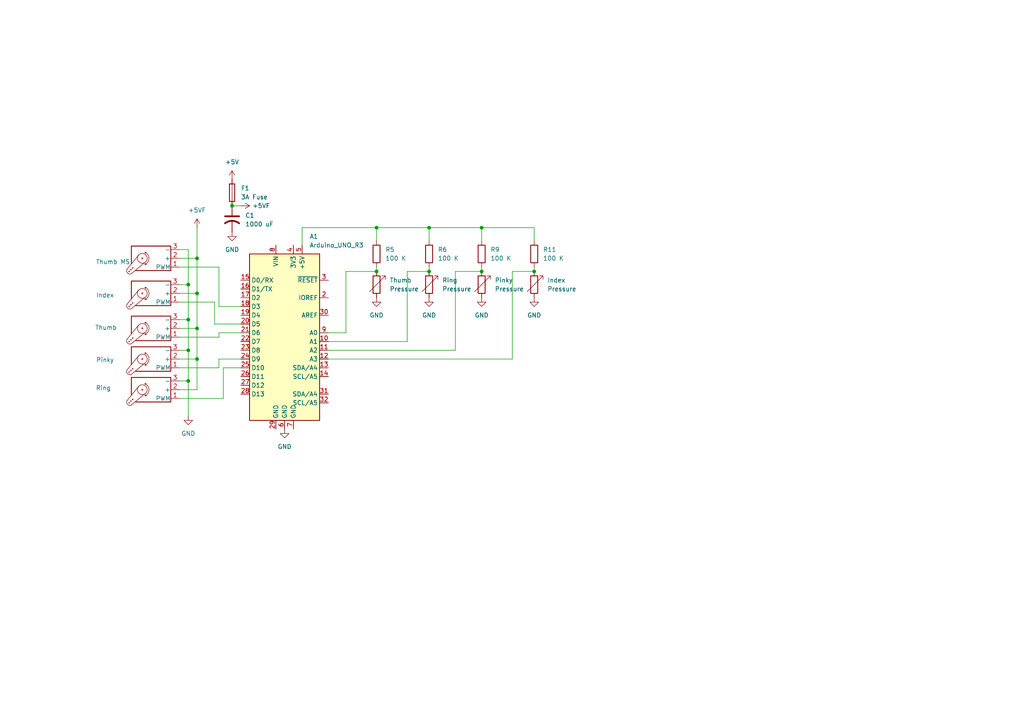
<source format=kicad_sch>
(kicad_sch (version 20250114) (generator "eeschema") (generator_version "9.0")
  (paper "A4")
  (lib_symbols
    (symbol "Device:C_US" (pin_numbers (hide yes)) (pin_names (offset 0.254) (hide yes))
      (property "Reference" "C" (at 0.635 2.54 0))
      (property "Value" "C_US" (at 0.635 -2.54 0))
      (symbol "C_US_0_1"
        (polyline (pts (xy -2.032 0.762) (xy 2.032 0.762)) (stroke (width 0.508)))
        (arc (start -2.032 -1.27) (mid 0 -0.5572) (end 2.032 -1.27) (stroke (width 0.508)))
      )
      (symbol "C_US_1_1"
        (pin passive line (at 0 3.81 270) (length 2.794) (name "~") (number "1"))
        (pin passive line (at 0 -3.81 90) (length 3.302) (name "~") (number "2"))
      )
    )
    (symbol "Device:Fuse" (pin_numbers (hide yes)) (pin_names (offset 0))
      (property "Reference" "F" (at 2.032 0 90))
      (property "Value" "Fuse" (at -1.905 0 90))
      (symbol "Fuse_0_1"
        (rectangle (start -0.762 -2.54) (end 0.762 2.54) (stroke (width 0.254)))
        (polyline (pts (xy 0 2.54) (xy 0 -2.54)))
      )
      (symbol "Fuse_1_1"
        (pin passive line (at 0 3.81 270) (length 1.27) (name "~") (number "1"))
        (pin passive line (at 0 -3.81 90) (length 1.27) (name "~") (number "2"))
      )
    )
    (symbol "Device:R" (pin_numbers (hide yes)) (pin_names (offset 0))
      (property "Reference" "R" (at 2.032 0 90))
      (property "Value" "R" (at 0 0 90))
      (symbol "R_0_1"
        (rectangle (start -1.016 -2.54) (end 1.016 2.54) (stroke (width 0.254)))
      )
      (symbol "R_1_1"
        (pin passive line (at 0 3.81 270) (length 1.27) (name "~") (number "1"))
        (pin passive line (at 0 -3.81 90) (length 1.27) (name "~") (number "2"))
      )
    )
    (symbol "Device:R_Variable" (pin_numbers (hide yes)) (pin_names (offset 0))
      (property "Reference" "R" (at 2.54 -2.54 90))
      (property "Value" "R_Variable" (at -2.54 -1.27 90))
      (symbol "R_Variable_0_1"
        (rectangle (start -1.016 -2.54) (end 1.016 2.54) (stroke (width 0.254)))
        (polyline (pts (xy 2.54 1.524) (xy 2.54 2.54) (xy 1.524 2.54) (xy 2.54 2.54) (xy -2.032 -2.032)))
      )
      (symbol "R_Variable_1_1"
        (pin passive line (at 0 3.81 270) (length 1.27) (name "~") (number "1"))
        (pin passive line (at 0 -3.81 90) (length 1.27) (name "~") (number "2"))
      )
    )
    (symbol "MCU_Module:Arduino_UNO_R3"
      (property "Reference" "A" (at -10.16 23.495 0))
      (property "Value" "Arduino_UNO_R3" (at 5.08 -26.67 0))
      (symbol "Arduino_UNO_R3_0_1"
        (rectangle (start -10.16 22.86) (end 10.16 -25.4) (stroke (width 0.254)) (fill (type background)))
      )
      (symbol "Arduino_UNO_R3_1_1"
        (pin bidirectional line (at -12.7 15.24 0) (length 2.54) (name "D0/RX") (number "15"))
        (pin bidirectional line (at -12.7 12.7 0) (length 2.54) (name "D1/TX") (number "16"))
        (pin bidirectional line (at -12.7 10.16 0) (length 2.54) (name "D2") (number "17"))
        (pin bidirectional line (at -12.7 7.62 0) (length 2.54) (name "D3") (number "18"))
        (pin bidirectional line (at -12.7 5.08 0) (length 2.54) (name "D4") (number "19"))
        (pin bidirectional line (at -12.7 2.54 0) (length 2.54) (name "D5") (number "20"))
        (pin bidirectional line (at -12.7 0 0) (length 2.54) (name "D6") (number "21"))
        (pin bidirectional line (at -12.7 -2.54 0) (length 2.54) (name "D7") (number "22"))
        (pin bidirectional line (at -12.7 -5.08 0) (length 2.54) (name "D8") (number "23"))
        (pin bidirectional line (at -12.7 -7.62 0) (length 2.54) (name "D9") (number "24"))
        (pin bidirectional line (at -12.7 -10.16 0) (length 2.54) (name "D10") (number "25"))
        (pin bidirectional line (at -12.7 -12.7 0) (length 2.54) (name "D11") (number "26"))
        (pin bidirectional line (at -12.7 -15.24 0) (length 2.54) (name "D12") (number "27"))
        (pin bidirectional line (at -12.7 -17.78 0) (length 2.54) (name "D13") (number "28"))
        (pin no_connect line (at -10.16 -20.32 0) (length 2.54) (hide yes) (name "NC") (number "1"))
        (pin power_in line (at -2.54 25.4 270) (length 2.54) (name "VIN") (number "8"))
        (pin power_in line (at -2.54 -27.94 90) (length 2.54) (name "GND") (number "29"))
        (pin power_in line (at 0 -27.94 90) (length 2.54) (name "GND") (number "6"))
        (pin power_out line (at 2.54 25.4 270) (length 2.54) (name "3V3") (number "4"))
        (pin power_in line (at 2.54 -27.94 90) (length 2.54) (name "GND") (number "7"))
        (pin power_out line (at 5.08 25.4 270) (length 2.54) (name "+5V") (number "5"))
        (pin input line (at 12.7 15.24 180) (length 2.54) (name "~{RESET}") (number "3"))
        (pin output line (at 12.7 10.16 180) (length 2.54) (name "IOREF") (number "2"))
        (pin input line (at 12.7 5.08 180) (length 2.54) (name "AREF") (number "30"))
        (pin bidirectional line (at 12.7 0 180) (length 2.54) (name "A0") (number "9"))
        (pin bidirectional line (at 12.7 -2.54 180) (length 2.54) (name "A1") (number "10"))
        (pin bidirectional line (at 12.7 -5.08 180) (length 2.54) (name "A2") (number "11"))
        (pin bidirectional line (at 12.7 -7.62 180) (length 2.54) (name "A3") (number "12"))
        (pin bidirectional line (at 12.7 -10.16 180) (length 2.54) (name "SDA/A4") (number "13"))
        (pin bidirectional line (at 12.7 -12.7 180) (length 2.54) (name "SCL/A5") (number "14"))
        (pin bidirectional line (at 12.7 -17.78 180) (length 2.54) (name "SDA/A4") (number "31"))
        (pin bidirectional line (at 12.7 -20.32 180) (length 2.54) (name "SCL/A5") (number "32"))
      )
    )
    (symbol "Motor:Motor_Servo" (pin_names (offset 0.0254))
      (property "Reference" "M" (at -5.08 4.445 0))
      (property "Value" "Motor_Servo" (at -5.08 -4.064 0))
      (symbol "Motor_Servo_0_1"
        (polyline (pts (xy 2.413 1.778) (xy 1.905 1.778)))
        (polyline (pts (xy 2.413 1.778) (xy 2.286 1.397)))
        (polyline (pts (xy 2.413 -1.778) (xy 2.032 -1.778)))
        (polyline (pts (xy 2.413 -1.778) (xy 2.286 -1.397)))
        (arc (start 2.413 -1.778) (mid 1.2406 0) (end 2.413 1.778))
        (circle (center 3.175 0) (radius 0.1778))
        (circle (center 3.175 0) (radius 1.4224))
        (polyline (pts (xy 5.08 3.556) (xy -5.08 3.556) (xy -5.08 -3.556) (xy 6.35 -3.556) (xy 6.35 1.524)) (stroke (width 0.254)))
        (circle (center 5.969 2.794) (radius 0.127))
        (polyline (pts (xy 6.35 4.445) (xy 2.54 1.27)))
        (circle (center 6.477 3.302) (radius 0.127))
        (arc (start 6.35 4.445) (mid 7.4487 4.2737) (end 7.62 3.175))
        (circle (center 6.985 3.81) (radius 0.127))
        (polyline (pts (xy 7.62 3.175) (xy 4.191 -1.016)))
      )
      (symbol "Motor_Servo_1_1"
        (pin passive line (at -7.62 2.54 0) (length 2.54) (name "PWM") (number "1"))
        (pin passive line (at -7.62 0 0) (length 2.54) (name "+") (number "2"))
        (pin passive line (at -7.62 -2.54 0) (length 2.54) (name "-") (number "3"))
      )
    )
    (symbol "power:+5V" (power) (pin_numbers (hide yes)) (pin_names (offset 0) (hide yes))
      (property "Value" "+5V" (at 0 3.556 0))
      (symbol "+5V_0_1"
        (polyline (pts (xy -0.762 1.27) (xy 0 2.54)))
        (polyline (pts (xy 0 2.54) (xy 0.762 1.27)))
        (polyline (pts (xy 0 0) (xy 0 2.54)))
      )
      (symbol "+5V_1_1"
        (pin power_in line (at 0 0 90) (length 0) (name "~") (number "1"))
      )
    )
    (symbol "power:GND" (power) (pin_numbers (hide yes)) (pin_names (offset 0) (hide yes))
      (property "Value" "GND" (at 0 -3.81 0))
      (symbol "GND_0_1"
        (polyline (pts (xy 0 0) (xy 0 -1.27) (xy 1.27 -1.27) (xy 0 -2.54) (xy -1.27 -1.27) (xy 0 -1.27)))
      )
      (symbol "GND_1_1"
        (pin power_in line (at 0 0 270) (length 0) (name "~") (number "1"))
      )
    )
  )
  (junction (at 54.61 82.55))
  (junction (at 124.46 78.74))
  (junction (at 109.22 78.74))
  (junction (at 57.15 95.25))
  (junction (at 54.61 110.49))
  (junction (at 139.7 66.04))
  (junction (at 154.94 78.74))
  (junction (at 139.7 78.74))
  (junction (at 54.61 101.6))
  (junction (at 57.15 104.14))
  (junction (at 67.31 59.69))
  (junction (at 109.22 66.04))
  (junction (at 54.61 92.71))
  (junction (at 124.46 66.04))
  (junction (at 57.15 85.09))
  (junction (at 57.15 74.93))
  (wire (pts (xy 52.07 106.68) (xy 63.5 106.68)))
  (wire (pts (xy 64.77 106.68) (xy 69.85 106.68)))
  (wire (pts (xy 109.22 66.04) (xy 87.63 66.04)))
  (wire (pts (xy 57.15 104.14) (xy 57.15 113.03)))
  (wire (pts (xy 109.22 66.04) (xy 124.46 66.04)))
  (wire (pts (xy 95.25 101.6) (xy 132.08 101.6)))
  (wire (pts (xy 52.07 95.25) (xy 57.15 95.25)))
  (wire (pts (xy 52.07 110.49) (xy 54.61 110.49)))
  (wire (pts (xy 139.7 66.04) (xy 139.7 69.85)))
  (wire (pts (xy 100.33 96.52) (xy 95.25 96.52)))
  (wire (pts (xy 62.23 87.63) (xy 62.23 93.98)))
  (wire (pts (xy 139.7 77.47) (xy 139.7 78.74)))
  (wire (pts (xy 63.5 96.52) (xy 69.85 96.52)))
  (wire (pts (xy 124.46 66.04) (xy 124.46 69.85)))
  (wire (pts (xy 52.07 77.47) (xy 63.5 77.47)))
  (wire (pts (xy 124.46 77.47) (xy 124.46 78.74)))
  (wire (pts (xy 57.15 95.25) (xy 57.15 104.14)))
  (wire (pts (xy 54.61 82.55) (xy 54.61 72.39)))
  (wire (pts (xy 52.07 85.09) (xy 57.15 85.09)))
  (wire (pts (xy 132.08 78.74) (xy 132.08 101.6)))
  (wire (pts (xy 63.5 104.14) (xy 69.85 104.14)))
  (wire (pts (xy 52.07 97.79) (xy 63.5 97.79)))
  (wire (pts (xy 148.59 104.14) (xy 148.59 78.74)))
  (wire (pts (xy 54.61 101.6) (xy 54.61 92.71)))
  (wire (pts (xy 87.63 66.04) (xy 87.63 71.12)))
  (wire (pts (xy 64.77 115.57) (xy 64.77 106.68)))
  (wire (pts (xy 109.22 77.47) (xy 109.22 78.74)))
  (wire (pts (xy 148.59 78.74) (xy 154.94 78.74)))
  (wire (pts (xy 52.07 101.6) (xy 54.61 101.6)))
  (wire (pts (xy 95.25 99.06) (xy 118.11 99.06)))
  (wire (pts (xy 154.94 77.47) (xy 154.94 78.74)))
  (wire (pts (xy 67.31 59.69) (xy 69.85 59.69)))
  (wire (pts (xy 54.61 92.71) (xy 54.61 82.55)))
  (wire (pts (xy 95.25 104.14) (xy 148.59 104.14)))
  (wire (pts (xy 100.33 78.74) (xy 100.33 96.52)))
  (wire (pts (xy 57.15 66.04) (xy 57.15 74.93)))
  (wire (pts (xy 63.5 88.9) (xy 69.85 88.9)))
  (wire (pts (xy 57.15 74.93) (xy 52.07 74.93)))
  (wire (pts (xy 63.5 77.47) (xy 63.5 88.9)))
  (wire (pts (xy 62.23 93.98) (xy 69.85 93.98)))
  (wire (pts (xy 52.07 87.63) (xy 62.23 87.63)))
  (wire (pts (xy 52.07 115.57) (xy 64.77 115.57)))
  (wire (pts (xy 118.11 78.74) (xy 124.46 78.74)))
  (wire (pts (xy 54.61 72.39) (xy 52.07 72.39)))
  (wire (pts (xy 57.15 85.09) (xy 57.15 95.25)))
  (wire (pts (xy 57.15 113.03) (xy 52.07 113.03)))
  (wire (pts (xy 52.07 92.71) (xy 54.61 92.71)))
  (wire (pts (xy 57.15 74.93) (xy 57.15 85.09)))
  (wire (pts (xy 63.5 97.79) (xy 63.5 96.52)))
  (wire (pts (xy 124.46 66.04) (xy 139.7 66.04)))
  (wire (pts (xy 139.7 78.74) (xy 132.08 78.74)))
  (wire (pts (xy 118.11 99.06) (xy 118.11 78.74)))
  (wire (pts (xy 154.94 66.04) (xy 154.94 69.85)))
  (wire (pts (xy 63.5 106.68) (xy 63.5 104.14)))
  (wire (pts (xy 109.22 78.74) (xy 100.33 78.74)))
  (wire (pts (xy 54.61 110.49) (xy 54.61 101.6)))
  (wire (pts (xy 109.22 66.04) (xy 109.22 69.85)))
  (wire (pts (xy 52.07 82.55) (xy 54.61 82.55)))
  (wire (pts (xy 52.07 104.14) (xy 57.15 104.14)))
  (wire (pts (xy 139.7 66.04) (xy 154.94 66.04)))
  (wire (pts (xy 54.61 120.65) (xy 54.61 110.49)))
  (symbol (lib_id "power:GND") (at 67.31 67.31 0) (unit 1)
    (property "Reference" "#PWR02" (effects (hide yes)))
    (property "Value" "GND" (at 67.31 72.39 0))
    (property "Description" "Power symbol creates a global label with name \"GND\" , ground" (effects (hide yes)))
  )
  (symbol (lib_id "Device:R_Variable") (at 154.94 82.55 0) (unit 1)
    (property "Reference" "Index" (at 158.75 81.2799 0) (effects (justify left)))
    (property "Value" "Pressure" (at 158.75 83.8199 0) (effects (justify left)))
    (property "Description" "Variable resistor" (effects (hide yes)))
  )
  (symbol (lib_id "Motor:Motor_Servo") (at 44.45 85.09 180) (unit 1)
    (property "Reference" "M2" (effects (hide yes)))
    (property "Value" "Index" (at 30.48 85.598 0))
    (property "Datasheet" "http://forums.parallax.com/uploads/attachments/46831/74481.png" (effects (hide yes)))
    (property "Description" "Servo Motor (Futaba, HiTec, JR connector)" (effects (hide yes)))
  )
  (symbol (lib_id "Device:R_Variable") (at 109.22 82.55 0) (unit 1)
    (property "Reference" "Thumb" (at 113.03 81.2799 0) (effects (justify left)))
    (property "Value" "Pressure" (at 113.03 83.8199 0) (effects (justify left)))
    (property "Description" "Variable resistor" (effects (hide yes)))
  )
  (symbol (lib_id "Motor:Motor_Servo") (at 44.45 74.93 180) (unit 1)
    (property "Reference" "M1" (effects (hide yes)))
    (property "Value" "Thumb MS" (at 32.766 75.946 0))
    (property "Datasheet" "http://forums.parallax.com/uploads/attachments/46831/74481.png" (effects (hide yes)))
    (property "Description" "Servo Motor (Futaba, HiTec, JR connector)" (effects (hide yes)))
  )
  (symbol (lib_id "power:GND") (at 154.94 86.36 0) (unit 1)
    (property "Reference" "#PWR08" (effects (hide yes)))
    (property "Value" "GND" (at 154.94 91.44 0))
    (property "Description" "Power symbol creates a global label with name \"GND\" , ground" (effects (hide yes)))
  )
  (symbol (lib_id "Device:R") (at 109.22 73.66 0) (unit 1)
    (property "Reference" "R5" (at 111.76 72.3899 0) (effects (justify left)))
    (property "Value" "100 K" (at 111.76 74.9299 0) (effects (justify left)))
    (property "Description" "Resistor" (effects (hide yes)))
  )
  (symbol (lib_id "Device:R") (at 124.46 73.66 0) (unit 1)
    (property "Reference" "R6" (at 127 72.3899 0) (effects (justify left)))
    (property "Value" "100 K" (at 127 74.9299 0) (effects (justify left)))
    (property "Description" "Resistor" (effects (hide yes)))
  )
  (symbol (lib_id "power:+5V") (at 57.15 66.04 0) (unit 1)
    (property "Reference" "#PWR03" (effects (hide yes)))
    (property "Value" "+5VF" (at 57.15 60.96 0))
    (property "Description" "Power symbol creates a global label with name \"+5V\"" (effects (hide yes)))
  )
  (symbol (lib_id "power:GND") (at 124.46 86.36 0) (unit 1)
    (property "Reference" "#PWR06" (effects (hide yes)))
    (property "Value" "GND" (at 124.46 91.44 0))
    (property "Description" "Power symbol creates a global label with name \"GND\" , ground" (effects (hide yes)))
  )
  (symbol (lib_id "Device:R") (at 139.7 73.66 0) (unit 1)
    (property "Reference" "R9" (at 142.24 72.3899 0) (effects (justify left)))
    (property "Value" "100 K" (at 142.24 74.9299 0) (effects (justify left)))
    (property "Description" "Resistor" (effects (hide yes)))
  )
  (symbol (lib_id "Motor:Motor_Servo") (at 44.45 95.25 180) (unit 1)
    (property "Reference" "M3" (effects (hide yes)))
    (property "Value" "Thumb" (at 30.734 94.996 0))
    (property "Datasheet" "http://forums.parallax.com/uploads/attachments/46831/74481.png" (effects (hide yes)))
    (property "Description" "Servo Motor (Futaba, HiTec, JR connector)" (effects (hide yes)))
  )
  (symbol (lib_id "power:+5V") (at 67.31 52.07 0) (unit 1)
    (property "Reference" "#PWR01" (effects (hide yes)))
    (property "Value" "+5V" (at 67.31 46.99 0))
    (property "Description" "Power symbol creates a global label with name \"+5V\"" (effects (hide yes)))
  )
  (symbol (lib_id "power:GND") (at 54.61 120.65 0) (unit 1)
    (property "Reference" "#PWR04" (effects (hide yes)))
    (property "Value" "GND" (at 54.61 125.73 0))
    (property "Description" "Power symbol creates a global label with name \"GND\" , ground" (effects (hide yes)))
  )
  (symbol (lib_id "power:GND") (at 82.55 124.46 0) (unit 1)
    (property "Reference" "#PWR09" (effects (hide yes)))
    (property "Value" "GND" (at 82.55 129.54 0))
    (property "Description" "Power symbol creates a global label with name \"GND\" , ground" (effects (hide yes)))
  )
  (symbol (lib_id "MCU_Module:Arduino_UNO_R3") (at 82.55 96.52 0) (unit 1)
    (property "Reference" "A1" (at 89.7733 68.58 0) (effects (justify left)))
    (property "Value" "Arduino_UNO_R3" (at 89.7733 71.12 0) (effects (justify left)))
    (property "Footprint" "Module:Arduino_UNO_R3" (effects (hide yes)))
    (property "Datasheet" "https://www.arduino.cc/en/Main/arduinoBoardUno" (effects (hide yes)))
    (property "Description" "Arduino UNO Microcontroller Module, release 3" (effects (hide yes)))
  )
  (symbol (lib_id "Device:C_US") (at 67.31 63.5 0) (unit 1)
    (property "Reference" "C1" (at 71.12 62.4839 0) (effects (justify left)))
    (property "Value" "1000 uF" (at 71.12 65.0239 0) (effects (justify left)))
    (property "Description" "capacitor, US symbol" (effects (hide yes)))
  )
  (symbol (lib_id "power:+5V") (at 69.85 59.69 270) (unit 1)
    (property "Reference" "#PWR010" (effects (hide yes)))
    (property "Value" "+5VF" (at 73.152 59.69 90) (effects (justify left)))
    (property "Description" "Power symbol creates a global label with name \"+5V\"" (effects (hide yes)))
  )
  (symbol (lib_id "Device:Fuse") (at 67.31 55.88 0) (unit 1)
    (property "Reference" "F1" (at 69.85 54.6099 0) (effects (justify left)))
    (property "Value" "3A Fuse" (at 69.85 57.1499 0) (effects (justify left)))
    (property "Description" "Fuse" (effects (hide yes)))
  )
  (symbol (lib_id "Device:R") (at 154.94 73.66 0) (unit 1)
    (property "Reference" "R11" (at 157.48 72.3899 0) (effects (justify left)))
    (property "Value" "100 K" (at 157.48 74.9299 0) (effects (justify left)))
    (property "Description" "Resistor" (effects (hide yes)))
  )
  (symbol (lib_id "Device:R_Variable") (at 124.46 82.55 0) (unit 1)
    (property "Reference" "Ring" (at 128.27 81.2799 0) (effects (justify left)))
    (property "Value" "Pressure" (at 128.27 83.8199 0) (effects (justify left)))
    (property "Description" "Variable resistor" (effects (hide yes)))
  )
  (symbol (lib_id "Motor:Motor_Servo") (at 44.45 113.03 180) (unit 1)
    (property "Reference" "M5" (effects (hide yes)))
    (property "Value" "Ring" (at 29.972 112.522 0))
    (property "Datasheet" "http://forums.parallax.com/uploads/attachments/46831/74481.png" (effects (hide yes)))
    (property "Description" "Servo Motor (Futaba, HiTec, JR connector)" (effects (hide yes)))
  )
  (symbol (lib_id "power:GND") (at 109.22 86.36 0) (unit 1)
    (property "Reference" "#PWR05" (effects (hide yes)))
    (property "Value" "GND" (at 109.22 91.44 0))
    (property "Description" "Power symbol creates a global label with name \"GND\" , ground" (effects (hide yes)))
  )
  (symbol (lib_id "Motor:Motor_Servo") (at 44.45 104.14 180) (unit 1)
    (property "Reference" "M4" (effects (hide yes)))
    (property "Value" "Pinky" (at 30.48 104.394 0))
    (property "Datasheet" "http://forums.parallax.com/uploads/attachments/46831/74481.png" (effects (hide yes)))
    (property "Description" "Servo Motor (Futaba, HiTec, JR connector)" (effects (hide yes)))
  )
  (symbol (lib_id "power:GND") (at 139.7 86.36 0) (unit 1)
    (property "Reference" "#PWR07" (effects (hide yes)))
    (property "Value" "GND" (at 139.7 91.44 0))
    (property "Description" "Power symbol creates a global label with name \"GND\" , ground" (effects (hide yes)))
  )
  (symbol (lib_id "Device:R_Variable") (at 139.7 82.55 0) (unit 1)
    (property "Reference" "Pinky" (at 143.51 81.2799 0) (effects (justify left)))
    (property "Value" "Pressure" (at 143.51 83.8199 0) (effects (justify left)))
    (property "Description" "Variable resistor" (effects (hide yes)))
  )
)
</source>
